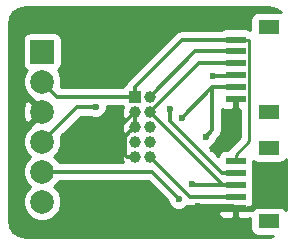
<source format=gbr>
G04 #@! TF.FileFunction,Copper,L1,Top,Signal*
%FSLAX46Y46*%
G04 Gerber Fmt 4.6, Leading zero omitted, Abs format (unit mm)*
G04 Created by KiCad (PCBNEW 4.0.0-rc1-stable) date 11/10/2015 10:30:29 PM*
%MOMM*%
G01*
G04 APERTURE LIST*
%ADD10C,0.100000*%
%ADD11R,1.675000X0.600000*%
%ADD12R,1.800000X1.200000*%
%ADD13R,1.000000X1.000000*%
%ADD14C,1.000000*%
%ADD15R,2.000000X2.000000*%
%ADD16C,2.000000*%
%ADD17C,0.600000*%
%ADD18C,0.250000*%
%ADD19C,0.350000*%
%ADD20C,0.254000*%
G04 APERTURE END LIST*
D10*
D11*
X156337000Y-97663000D03*
X156337000Y-98663000D03*
X156337000Y-99663000D03*
X156337000Y-100663000D03*
X156337000Y-101663000D03*
X156337000Y-102663000D03*
D12*
X159137000Y-103763000D03*
X159137000Y-96563000D03*
D13*
X147828000Y-102489000D03*
D14*
X149098000Y-102489000D03*
X147828000Y-103759000D03*
X149098000Y-103759000D03*
X147828000Y-105029000D03*
X149098000Y-105029000D03*
X147828000Y-106299000D03*
X149098000Y-106299000D03*
X147828000Y-107569000D03*
X149098000Y-107569000D03*
D11*
X156337000Y-107950000D03*
X156337000Y-108950000D03*
X156337000Y-109950000D03*
X156337000Y-110950000D03*
X156337000Y-111950000D03*
D12*
X159137000Y-113050000D03*
X159137000Y-106850000D03*
D15*
X139954000Y-98679000D03*
D16*
X139954000Y-101219000D03*
X139954000Y-103759000D03*
X139954000Y-106299000D03*
X139954000Y-108839000D03*
X139954000Y-111379000D03*
D17*
X144526000Y-103378000D03*
X150749000Y-103505000D03*
X151511000Y-111125000D03*
X152654000Y-109855000D03*
X154432000Y-100711000D03*
X153797000Y-105918000D03*
X151765000Y-104267000D03*
X153162000Y-111760000D03*
X154432000Y-106934000D03*
X144272000Y-107442000D03*
X144272000Y-109982000D03*
D18*
X156337000Y-107950000D02*
X156337000Y-107400000D01*
X156337000Y-107400000D02*
X157499501Y-106237499D01*
X157499501Y-106237499D02*
X157499501Y-97738001D01*
X157499501Y-97738001D02*
X157424500Y-97663000D01*
X157424500Y-97663000D02*
X156337000Y-97663000D01*
D19*
X147828000Y-102489000D02*
X147828000Y-101639000D01*
X147828000Y-101639000D02*
X151804000Y-97663000D01*
X151804000Y-97663000D02*
X155149500Y-97663000D01*
X155149500Y-97663000D02*
X156337000Y-97663000D01*
X139954000Y-101219000D02*
X141224000Y-102489000D01*
X141224000Y-102489000D02*
X147828000Y-102489000D01*
X144526000Y-103378000D02*
X142875000Y-103378000D01*
X142875000Y-103378000D02*
X139954000Y-106299000D01*
X150749000Y-103505000D02*
X150749000Y-104549500D01*
X150749000Y-104549500D02*
X155149500Y-108950000D01*
X155149500Y-108950000D02*
X156337000Y-108950000D01*
X149098000Y-102489000D02*
X152924000Y-98663000D01*
X152924000Y-98663000D02*
X156337000Y-98663000D01*
X151511000Y-111125000D02*
X149225000Y-108839000D01*
X149225000Y-108839000D02*
X139954000Y-108839000D01*
X156337000Y-109950000D02*
X152749000Y-109950000D01*
X152749000Y-109950000D02*
X152654000Y-109855000D01*
X149098000Y-103759000D02*
X153194000Y-99663000D01*
X153194000Y-99663000D02*
X156337000Y-99663000D01*
X156305000Y-99695000D02*
X156337000Y-99663000D01*
X149098000Y-103759000D02*
X155289000Y-109950000D01*
X155289000Y-109950000D02*
X156337000Y-109950000D01*
X154432000Y-100711000D02*
X156289000Y-100711000D01*
X156289000Y-100711000D02*
X156337000Y-100663000D01*
X149098000Y-107569000D02*
X152479000Y-110950000D01*
X152479000Y-110950000D02*
X156337000Y-110950000D01*
X154369000Y-101663000D02*
X154369000Y-105346000D01*
X154369000Y-105346000D02*
X153797000Y-105918000D01*
X151765000Y-104267000D02*
X154369000Y-101663000D01*
X154369000Y-101663000D02*
X156337000Y-101663000D01*
X147828000Y-105029000D02*
X147828000Y-103759000D01*
X153162000Y-111760000D02*
X156147000Y-111760000D01*
X156147000Y-111760000D02*
X156337000Y-111950000D01*
X156337000Y-102663000D02*
X156337000Y-105029000D01*
X156337000Y-105029000D02*
X154432000Y-106934000D01*
X144272000Y-107315000D02*
X144272000Y-107442000D01*
X147828000Y-103759000D02*
X144272000Y-107315000D01*
X147828000Y-107569000D02*
X147120894Y-107569000D01*
X147120894Y-107569000D02*
X146952999Y-107401105D01*
X146952999Y-107401105D02*
X146952999Y-105904001D01*
X146952999Y-105904001D02*
X147328001Y-105528999D01*
X147328001Y-105528999D02*
X147828000Y-105029000D01*
D20*
G36*
X159758585Y-95057482D02*
X160182961Y-95341042D01*
X160186110Y-95345756D01*
X160037000Y-95315560D01*
X158237000Y-95315560D01*
X158001683Y-95359838D01*
X157785559Y-95498910D01*
X157640569Y-95711110D01*
X157589560Y-95963000D01*
X157589560Y-96878058D01*
X157426390Y-96766569D01*
X157174500Y-96715560D01*
X155499500Y-96715560D01*
X155264183Y-96759838D01*
X155119405Y-96853000D01*
X151804000Y-96853000D01*
X151494026Y-96914658D01*
X151399227Y-96978001D01*
X151231243Y-97090244D01*
X147255244Y-101066244D01*
X147079658Y-101329026D01*
X147064787Y-101403789D01*
X146876559Y-101524910D01*
X146771274Y-101679000D01*
X141559513Y-101679000D01*
X141541022Y-101660509D01*
X141588716Y-101545648D01*
X141589284Y-100895205D01*
X141340894Y-100294057D01*
X141274379Y-100227426D01*
X141405441Y-100143090D01*
X141550431Y-99930890D01*
X141601440Y-99679000D01*
X141601440Y-97679000D01*
X141557162Y-97443683D01*
X141418090Y-97227559D01*
X141205890Y-97082569D01*
X140954000Y-97031560D01*
X138954000Y-97031560D01*
X138718683Y-97075838D01*
X138502559Y-97214910D01*
X138357569Y-97427110D01*
X138306560Y-97679000D01*
X138306560Y-99679000D01*
X138350838Y-99914317D01*
X138489910Y-100130441D01*
X138632561Y-100227910D01*
X138568722Y-100291637D01*
X138319284Y-100892352D01*
X138318716Y-101542795D01*
X138567106Y-102143943D01*
X138993978Y-102571562D01*
X138981073Y-102606468D01*
X139954000Y-103579395D01*
X139968143Y-103565253D01*
X140147748Y-103744858D01*
X140133605Y-103759000D01*
X140147748Y-103773143D01*
X139968143Y-103952748D01*
X139954000Y-103938605D01*
X138981073Y-104911532D01*
X138994164Y-104946938D01*
X138568722Y-105371637D01*
X138319284Y-105972352D01*
X138318716Y-106622795D01*
X138567106Y-107223943D01*
X138911759Y-107569199D01*
X138568722Y-107911637D01*
X138319284Y-108512352D01*
X138318716Y-109162795D01*
X138567106Y-109763943D01*
X138911759Y-110109199D01*
X138568722Y-110451637D01*
X138319284Y-111052352D01*
X138318716Y-111702795D01*
X138567106Y-112303943D01*
X139026637Y-112764278D01*
X139627352Y-113013716D01*
X140277795Y-113014284D01*
X140878943Y-112765894D01*
X141339278Y-112306363D01*
X141368599Y-112235750D01*
X154864500Y-112235750D01*
X154864500Y-112376309D01*
X154961173Y-112609698D01*
X155139801Y-112788327D01*
X155373190Y-112885000D01*
X156051250Y-112885000D01*
X156210000Y-112726250D01*
X156210000Y-112077000D01*
X155023250Y-112077000D01*
X154864500Y-112235750D01*
X141368599Y-112235750D01*
X141588716Y-111705648D01*
X141589284Y-111055205D01*
X141340894Y-110454057D01*
X140996241Y-110108801D01*
X141339278Y-109766363D01*
X141388011Y-109649000D01*
X148889488Y-109649000D01*
X150593571Y-111353084D01*
X150717883Y-111653943D01*
X150980673Y-111917192D01*
X151324201Y-112059838D01*
X151696167Y-112060162D01*
X152039943Y-111918117D01*
X152244969Y-111713448D01*
X152479000Y-111760000D01*
X154960250Y-111760000D01*
X155023250Y-111823000D01*
X155213318Y-111823000D01*
X155247610Y-111846431D01*
X155499500Y-111897440D01*
X157174500Y-111897440D01*
X157409817Y-111853162D01*
X157456690Y-111823000D01*
X157650750Y-111823000D01*
X157809500Y-111664250D01*
X157809500Y-111523691D01*
X157780630Y-111453993D01*
X157821940Y-111250000D01*
X157821940Y-110650000D01*
X157782926Y-110442658D01*
X157821940Y-110250000D01*
X157821940Y-109650000D01*
X157782926Y-109442658D01*
X157821940Y-109250000D01*
X157821940Y-108650000D01*
X157782926Y-108442658D01*
X157821940Y-108250000D01*
X157821940Y-107934942D01*
X157985110Y-108046431D01*
X158237000Y-108097440D01*
X160037000Y-108097440D01*
X160272317Y-108053162D01*
X160488441Y-107914090D01*
X160580000Y-107780089D01*
X160580000Y-112121189D01*
X160501090Y-111998559D01*
X160288890Y-111853569D01*
X160037000Y-111802560D01*
X158237000Y-111802560D01*
X158001683Y-111846838D01*
X157785559Y-111985910D01*
X157693862Y-112120112D01*
X157650750Y-112077000D01*
X156464000Y-112077000D01*
X156464000Y-112726250D01*
X156622750Y-112885000D01*
X157300810Y-112885000D01*
X157534199Y-112788327D01*
X157589560Y-112732966D01*
X157589560Y-113650000D01*
X157633838Y-113885317D01*
X157772910Y-114101441D01*
X157985110Y-114246431D01*
X158237000Y-114297440D01*
X159462362Y-114297440D01*
X159188069Y-114352000D01*
X138499931Y-114352000D01*
X137929414Y-114238517D01*
X137505042Y-113954961D01*
X137221482Y-113530585D01*
X137108000Y-112960069D01*
X137108000Y-103494461D01*
X138308092Y-103494461D01*
X138332144Y-104144460D01*
X138534613Y-104633264D01*
X138801468Y-104731927D01*
X139774395Y-103759000D01*
X138801468Y-102786073D01*
X138534613Y-102884736D01*
X138308092Y-103494461D01*
X137108000Y-103494461D01*
X137108000Y-96335931D01*
X137221482Y-95765415D01*
X137505042Y-95341039D01*
X137929414Y-95057483D01*
X138499931Y-94944000D01*
X159188069Y-94944000D01*
X159758585Y-95057482D01*
X159758585Y-95057482D01*
G37*
X159758585Y-95057482D02*
X160182961Y-95341042D01*
X160186110Y-95345756D01*
X160037000Y-95315560D01*
X158237000Y-95315560D01*
X158001683Y-95359838D01*
X157785559Y-95498910D01*
X157640569Y-95711110D01*
X157589560Y-95963000D01*
X157589560Y-96878058D01*
X157426390Y-96766569D01*
X157174500Y-96715560D01*
X155499500Y-96715560D01*
X155264183Y-96759838D01*
X155119405Y-96853000D01*
X151804000Y-96853000D01*
X151494026Y-96914658D01*
X151399227Y-96978001D01*
X151231243Y-97090244D01*
X147255244Y-101066244D01*
X147079658Y-101329026D01*
X147064787Y-101403789D01*
X146876559Y-101524910D01*
X146771274Y-101679000D01*
X141559513Y-101679000D01*
X141541022Y-101660509D01*
X141588716Y-101545648D01*
X141589284Y-100895205D01*
X141340894Y-100294057D01*
X141274379Y-100227426D01*
X141405441Y-100143090D01*
X141550431Y-99930890D01*
X141601440Y-99679000D01*
X141601440Y-97679000D01*
X141557162Y-97443683D01*
X141418090Y-97227559D01*
X141205890Y-97082569D01*
X140954000Y-97031560D01*
X138954000Y-97031560D01*
X138718683Y-97075838D01*
X138502559Y-97214910D01*
X138357569Y-97427110D01*
X138306560Y-97679000D01*
X138306560Y-99679000D01*
X138350838Y-99914317D01*
X138489910Y-100130441D01*
X138632561Y-100227910D01*
X138568722Y-100291637D01*
X138319284Y-100892352D01*
X138318716Y-101542795D01*
X138567106Y-102143943D01*
X138993978Y-102571562D01*
X138981073Y-102606468D01*
X139954000Y-103579395D01*
X139968143Y-103565253D01*
X140147748Y-103744858D01*
X140133605Y-103759000D01*
X140147748Y-103773143D01*
X139968143Y-103952748D01*
X139954000Y-103938605D01*
X138981073Y-104911532D01*
X138994164Y-104946938D01*
X138568722Y-105371637D01*
X138319284Y-105972352D01*
X138318716Y-106622795D01*
X138567106Y-107223943D01*
X138911759Y-107569199D01*
X138568722Y-107911637D01*
X138319284Y-108512352D01*
X138318716Y-109162795D01*
X138567106Y-109763943D01*
X138911759Y-110109199D01*
X138568722Y-110451637D01*
X138319284Y-111052352D01*
X138318716Y-111702795D01*
X138567106Y-112303943D01*
X139026637Y-112764278D01*
X139627352Y-113013716D01*
X140277795Y-113014284D01*
X140878943Y-112765894D01*
X141339278Y-112306363D01*
X141368599Y-112235750D01*
X154864500Y-112235750D01*
X154864500Y-112376309D01*
X154961173Y-112609698D01*
X155139801Y-112788327D01*
X155373190Y-112885000D01*
X156051250Y-112885000D01*
X156210000Y-112726250D01*
X156210000Y-112077000D01*
X155023250Y-112077000D01*
X154864500Y-112235750D01*
X141368599Y-112235750D01*
X141588716Y-111705648D01*
X141589284Y-111055205D01*
X141340894Y-110454057D01*
X140996241Y-110108801D01*
X141339278Y-109766363D01*
X141388011Y-109649000D01*
X148889488Y-109649000D01*
X150593571Y-111353084D01*
X150717883Y-111653943D01*
X150980673Y-111917192D01*
X151324201Y-112059838D01*
X151696167Y-112060162D01*
X152039943Y-111918117D01*
X152244969Y-111713448D01*
X152479000Y-111760000D01*
X154960250Y-111760000D01*
X155023250Y-111823000D01*
X155213318Y-111823000D01*
X155247610Y-111846431D01*
X155499500Y-111897440D01*
X157174500Y-111897440D01*
X157409817Y-111853162D01*
X157456690Y-111823000D01*
X157650750Y-111823000D01*
X157809500Y-111664250D01*
X157809500Y-111523691D01*
X157780630Y-111453993D01*
X157821940Y-111250000D01*
X157821940Y-110650000D01*
X157782926Y-110442658D01*
X157821940Y-110250000D01*
X157821940Y-109650000D01*
X157782926Y-109442658D01*
X157821940Y-109250000D01*
X157821940Y-108650000D01*
X157782926Y-108442658D01*
X157821940Y-108250000D01*
X157821940Y-107934942D01*
X157985110Y-108046431D01*
X158237000Y-108097440D01*
X160037000Y-108097440D01*
X160272317Y-108053162D01*
X160488441Y-107914090D01*
X160580000Y-107780089D01*
X160580000Y-112121189D01*
X160501090Y-111998559D01*
X160288890Y-111853569D01*
X160037000Y-111802560D01*
X158237000Y-111802560D01*
X158001683Y-111846838D01*
X157785559Y-111985910D01*
X157693862Y-112120112D01*
X157650750Y-112077000D01*
X156464000Y-112077000D01*
X156464000Y-112726250D01*
X156622750Y-112885000D01*
X157300810Y-112885000D01*
X157534199Y-112788327D01*
X157589560Y-112732966D01*
X157589560Y-113650000D01*
X157633838Y-113885317D01*
X157772910Y-114101441D01*
X157985110Y-114246431D01*
X158237000Y-114297440D01*
X159462362Y-114297440D01*
X159188069Y-114352000D01*
X138499931Y-114352000D01*
X137929414Y-114238517D01*
X137505042Y-113954961D01*
X137221482Y-113530585D01*
X137108000Y-112960069D01*
X137108000Y-103494461D01*
X138308092Y-103494461D01*
X138332144Y-104144460D01*
X138534613Y-104633264D01*
X138801468Y-104731927D01*
X139774395Y-103759000D01*
X138801468Y-102786073D01*
X138534613Y-102884736D01*
X138308092Y-103494461D01*
X137108000Y-103494461D01*
X137108000Y-96335931D01*
X137221482Y-95765415D01*
X137505042Y-95341039D01*
X137929414Y-95057483D01*
X138499931Y-94944000D01*
X159188069Y-94944000D01*
X159758585Y-95057482D01*
G36*
X146780845Y-103311355D02*
X146679888Y-103613972D01*
X146711783Y-104064375D01*
X146822783Y-104332352D01*
X146978662Y-104359270D01*
X147013392Y-104394000D01*
X146978662Y-104428730D01*
X146822783Y-104455648D01*
X146679888Y-104883972D01*
X146711783Y-105334375D01*
X146822783Y-105602352D01*
X146905092Y-105616566D01*
X146866355Y-105655235D01*
X146693197Y-106072244D01*
X146692803Y-106523775D01*
X146865233Y-106941086D01*
X146905449Y-106981373D01*
X146822783Y-106995648D01*
X146679888Y-107423972D01*
X146711783Y-107874375D01*
X146775831Y-108029000D01*
X141388388Y-108029000D01*
X141340894Y-107914057D01*
X140996241Y-107568801D01*
X141339278Y-107226363D01*
X141588716Y-106625648D01*
X141589284Y-105975205D01*
X141540755Y-105857757D01*
X143210513Y-104188000D01*
X144038559Y-104188000D01*
X144339201Y-104312838D01*
X144711167Y-104313162D01*
X145054943Y-104171117D01*
X145318192Y-103908327D01*
X145460838Y-103564799D01*
X145461070Y-103299000D01*
X146772895Y-103299000D01*
X146780845Y-103311355D01*
X146780845Y-103311355D01*
G37*
X146780845Y-103311355D02*
X146679888Y-103613972D01*
X146711783Y-104064375D01*
X146822783Y-104332352D01*
X146978662Y-104359270D01*
X147013392Y-104394000D01*
X146978662Y-104428730D01*
X146822783Y-104455648D01*
X146679888Y-104883972D01*
X146711783Y-105334375D01*
X146822783Y-105602352D01*
X146905092Y-105616566D01*
X146866355Y-105655235D01*
X146693197Y-106072244D01*
X146692803Y-106523775D01*
X146865233Y-106941086D01*
X146905449Y-106981373D01*
X146822783Y-106995648D01*
X146679888Y-107423972D01*
X146711783Y-107874375D01*
X146775831Y-108029000D01*
X141388388Y-108029000D01*
X141340894Y-107914057D01*
X140996241Y-107568801D01*
X141339278Y-107226363D01*
X141588716Y-106625648D01*
X141589284Y-105975205D01*
X141540755Y-105857757D01*
X143210513Y-104188000D01*
X144038559Y-104188000D01*
X144339201Y-104312838D01*
X144711167Y-104313162D01*
X145054943Y-104171117D01*
X145318192Y-103908327D01*
X145460838Y-103564799D01*
X145461070Y-103299000D01*
X146772895Y-103299000D01*
X146780845Y-103311355D01*
G36*
X147900955Y-107434065D02*
X147963063Y-107496173D01*
X147962936Y-107641954D01*
X147842143Y-107762748D01*
X147828000Y-107748605D01*
X147813858Y-107762748D01*
X147634253Y-107583143D01*
X147648395Y-107569000D01*
X147634253Y-107554858D01*
X147755173Y-107433937D01*
X147900955Y-107434065D01*
X147900955Y-107434065D01*
G37*
X147900955Y-107434065D02*
X147963063Y-107496173D01*
X147962936Y-107641954D01*
X147842143Y-107762748D01*
X147828000Y-107748605D01*
X147813858Y-107762748D01*
X147634253Y-107583143D01*
X147648395Y-107569000D01*
X147634253Y-107554858D01*
X147755173Y-107433937D01*
X147900955Y-107434065D01*
G36*
X156484000Y-102790000D02*
X156464000Y-102790000D01*
X156464000Y-103439250D01*
X156622750Y-103598000D01*
X156739501Y-103598000D01*
X156739501Y-105922697D01*
X155799599Y-106862599D01*
X155706080Y-107002560D01*
X155499500Y-107002560D01*
X155264183Y-107046838D01*
X155048059Y-107185910D01*
X154903069Y-107398110D01*
X154876134Y-107531121D01*
X154135018Y-106790005D01*
X154325943Y-106711117D01*
X154589192Y-106448327D01*
X154714884Y-106145629D01*
X154941756Y-105918757D01*
X155065986Y-105732833D01*
X155117342Y-105655974D01*
X155179000Y-105346000D01*
X155179000Y-103517564D01*
X155373190Y-103598000D01*
X156051250Y-103598000D01*
X156210000Y-103439250D01*
X156210000Y-102790000D01*
X156190000Y-102790000D01*
X156190000Y-102610440D01*
X156484000Y-102610440D01*
X156484000Y-102790000D01*
X156484000Y-102790000D01*
G37*
X156484000Y-102790000D02*
X156464000Y-102790000D01*
X156464000Y-103439250D01*
X156622750Y-103598000D01*
X156739501Y-103598000D01*
X156739501Y-105922697D01*
X155799599Y-106862599D01*
X155706080Y-107002560D01*
X155499500Y-107002560D01*
X155264183Y-107046838D01*
X155048059Y-107185910D01*
X154903069Y-107398110D01*
X154876134Y-107531121D01*
X154135018Y-106790005D01*
X154325943Y-106711117D01*
X154589192Y-106448327D01*
X154714884Y-106145629D01*
X154941756Y-105918757D01*
X155065986Y-105732833D01*
X155117342Y-105655974D01*
X155179000Y-105346000D01*
X155179000Y-103517564D01*
X155373190Y-103598000D01*
X156051250Y-103598000D01*
X156210000Y-103439250D01*
X156210000Y-102790000D01*
X156190000Y-102790000D01*
X156190000Y-102610440D01*
X156484000Y-102610440D01*
X156484000Y-102790000D01*
G36*
X147963063Y-104956173D02*
X147962935Y-105101955D01*
X147900827Y-105164063D01*
X147755046Y-105163936D01*
X147634253Y-105043143D01*
X147648395Y-105029000D01*
X147634253Y-105014858D01*
X147746497Y-104902613D01*
X147898723Y-104891833D01*
X147963063Y-104956173D01*
X147963063Y-104956173D01*
G37*
X147963063Y-104956173D02*
X147962935Y-105101955D01*
X147900827Y-105164063D01*
X147755046Y-105163936D01*
X147634253Y-105043143D01*
X147648395Y-105029000D01*
X147634253Y-105014858D01*
X147746497Y-104902613D01*
X147898723Y-104891833D01*
X147963063Y-104956173D01*
G36*
X147963063Y-103686173D02*
X147962935Y-103831955D01*
X147909503Y-103885387D01*
X147757276Y-103896166D01*
X147634253Y-103773143D01*
X147648395Y-103759000D01*
X147634253Y-103744858D01*
X147742670Y-103636440D01*
X147913330Y-103636440D01*
X147963063Y-103686173D01*
X147963063Y-103686173D01*
G37*
X147963063Y-103686173D02*
X147962935Y-103831955D01*
X147909503Y-103885387D01*
X147757276Y-103896166D01*
X147634253Y-103773143D01*
X147648395Y-103759000D01*
X147634253Y-103744858D01*
X147742670Y-103636440D01*
X147913330Y-103636440D01*
X147963063Y-103686173D01*
M02*

</source>
